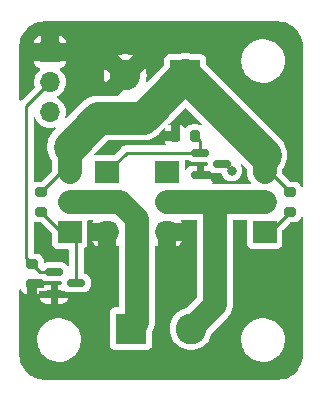
<source format=gbr>
%TF.GenerationSoftware,KiCad,Pcbnew,7.0.9*%
%TF.CreationDate,2023-12-30T10:40:08-05:00*%
%TF.ProjectId,DIY HBridge,44495920-4842-4726-9964-67652e6b6963,rev?*%
%TF.SameCoordinates,Original*%
%TF.FileFunction,Copper,L1,Top*%
%TF.FilePolarity,Positive*%
%FSLAX46Y46*%
G04 Gerber Fmt 4.6, Leading zero omitted, Abs format (unit mm)*
G04 Created by KiCad (PCBNEW 7.0.9) date 2023-12-30 10:40:08*
%MOMM*%
%LPD*%
G01*
G04 APERTURE LIST*
G04 Aperture macros list*
%AMRoundRect*
0 Rectangle with rounded corners*
0 $1 Rounding radius*
0 $2 $3 $4 $5 $6 $7 $8 $9 X,Y pos of 4 corners*
0 Add a 4 corners polygon primitive as box body*
4,1,4,$2,$3,$4,$5,$6,$7,$8,$9,$2,$3,0*
0 Add four circle primitives for the rounded corners*
1,1,$1+$1,$2,$3*
1,1,$1+$1,$4,$5*
1,1,$1+$1,$6,$7*
1,1,$1+$1,$8,$9*
0 Add four rect primitives between the rounded corners*
20,1,$1+$1,$2,$3,$4,$5,0*
20,1,$1+$1,$4,$5,$6,$7,0*
20,1,$1+$1,$6,$7,$8,$9,0*
20,1,$1+$1,$8,$9,$2,$3,0*%
G04 Aperture macros list end*
%TA.AperFunction,ComponentPad*%
%ADD10R,2.000000X1.905000*%
%TD*%
%TA.AperFunction,ComponentPad*%
%ADD11O,2.000000X1.905000*%
%TD*%
%TA.AperFunction,SMDPad,CuDef*%
%ADD12RoundRect,0.150000X-0.587500X-0.150000X0.587500X-0.150000X0.587500X0.150000X-0.587500X0.150000X0*%
%TD*%
%TA.AperFunction,SMDPad,CuDef*%
%ADD13RoundRect,0.200000X-0.275000X0.200000X-0.275000X-0.200000X0.275000X-0.200000X0.275000X0.200000X0*%
%TD*%
%TA.AperFunction,ComponentPad*%
%ADD14R,1.700000X1.700000*%
%TD*%
%TA.AperFunction,ComponentPad*%
%ADD15O,1.700000X1.700000*%
%TD*%
%TA.AperFunction,ComponentPad*%
%ADD16R,2.600000X2.600000*%
%TD*%
%TA.AperFunction,ComponentPad*%
%ADD17C,2.600000*%
%TD*%
%TA.AperFunction,SMDPad,CuDef*%
%ADD18RoundRect,0.200000X0.200000X0.275000X-0.200000X0.275000X-0.200000X-0.275000X0.200000X-0.275000X0*%
%TD*%
%TA.AperFunction,ViaPad*%
%ADD19C,0.800000*%
%TD*%
%TA.AperFunction,Conductor*%
%ADD20C,0.250000*%
%TD*%
%TA.AperFunction,Conductor*%
%ADD21C,2.800000*%
%TD*%
%TA.AperFunction,Conductor*%
%ADD22C,2.000000*%
%TD*%
G04 APERTURE END LIST*
D10*
%TO.P,Q1,1,G*%
%TO.N,In1*%
X72390000Y-55880000D03*
D11*
%TO.P,Q1,2,D*%
%TO.N,Motor Out 1*%
X72390000Y-58420000D03*
%TO.P,Q1,3,S*%
%TO.N,GND*%
X72390000Y-60960000D03*
%TD*%
D12*
%TO.P,Q5,1,G*%
%TO.N,~{In1}*%
X67896500Y-64328000D03*
%TO.P,Q5,2,S*%
%TO.N,GND*%
X67896500Y-66228000D03*
%TO.P,Q5,3,D*%
%TO.N,Net-(Q3-G)*%
X69771500Y-65278000D03*
%TD*%
D10*
%TO.P,Q3,1,G*%
%TO.N,Net-(Q3-G)*%
X69215000Y-60960000D03*
D11*
%TO.P,Q3,2,D*%
%TO.N,Motor Out 1*%
X69215000Y-58420000D03*
%TO.P,Q3,3,S*%
%TO.N,VCC*%
X69215000Y-55880000D03*
%TD*%
D13*
%TO.P,R2,1*%
%TO.N,VCC*%
X87884000Y-57595000D03*
%TO.P,R2,2*%
%TO.N,Net-(Q4-G)*%
X87884000Y-59245000D03*
%TD*%
D14*
%TO.P,J4,1,Pin_1*%
%TO.N,GND*%
X67564000Y-45720000D03*
D15*
%TO.P,J4,2,Pin_2*%
%TO.N,~{In1}*%
X67564000Y-48260000D03*
%TO.P,J4,3,Pin_3*%
%TO.N,In1*%
X67564000Y-50800000D03*
%TD*%
D13*
%TO.P,R1,1*%
%TO.N,VCC*%
X66802000Y-57595000D03*
%TO.P,R1,2*%
%TO.N,Net-(Q3-G)*%
X66802000Y-59245000D03*
%TD*%
D10*
%TO.P,Q2,1,G*%
%TO.N,~{In1}*%
X77470000Y-55880000D03*
D11*
%TO.P,Q2,2,D*%
%TO.N,Motor Out 2*%
X77470000Y-58420000D03*
%TO.P,Q2,3,S*%
%TO.N,GND*%
X77470000Y-60960000D03*
%TD*%
D13*
%TO.P,R4,1*%
%TO.N,~{In1}*%
X66040000Y-63691000D03*
%TO.P,R4,2*%
%TO.N,GND*%
X66040000Y-65341000D03*
%TD*%
D10*
%TO.P,Q4,1,G*%
%TO.N,Net-(Q4-G)*%
X85725000Y-60960000D03*
D11*
%TO.P,Q4,2,D*%
%TO.N,Motor Out 2*%
X85725000Y-58420000D03*
%TO.P,Q4,3,S*%
%TO.N,VCC*%
X85725000Y-55880000D03*
%TD*%
D16*
%TO.P,J1,1,Pin_1*%
%TO.N,VCC*%
X78999000Y-47701000D03*
D17*
%TO.P,J1,2,Pin_2*%
%TO.N,GND*%
X73919000Y-47701000D03*
%TD*%
D18*
%TO.P,R3,1*%
%TO.N,In1*%
X79819000Y-52832000D03*
%TO.P,R3,2*%
%TO.N,GND*%
X78169000Y-52832000D03*
%TD*%
D12*
%TO.P,Q6,1,G*%
%TO.N,In1*%
X80264000Y-54234000D03*
%TO.P,Q6,2,S*%
%TO.N,GND*%
X80264000Y-56134000D03*
%TO.P,Q6,3,D*%
%TO.N,Net-(Q4-G)*%
X82139000Y-55184000D03*
%TD*%
D16*
%TO.P,J2,1,Pin_1*%
%TO.N,Motor Out 1*%
X74417000Y-69139000D03*
D17*
%TO.P,J2,2,Pin_2*%
%TO.N,Motor Out 2*%
X79497000Y-69139000D03*
%TD*%
D19*
%TO.N,Net-(Q4-G)*%
X82931000Y-55753000D03*
%TO.N,GND*%
X88392000Y-61722000D03*
X76708000Y-70104000D03*
X68199000Y-62865000D03*
X84328000Y-63754000D03*
X72136000Y-63754000D03*
X76200000Y-45974000D03*
X78994000Y-51562000D03*
X82550000Y-46736000D03*
X88392000Y-53340000D03*
X81534000Y-56388000D03*
X69596000Y-67564000D03*
X70866000Y-49022000D03*
X77724000Y-63500000D03*
X65532000Y-66802000D03*
X66802000Y-54610000D03*
%TD*%
D20*
%TO.N,VCC*%
X68517000Y-55880000D02*
X69215000Y-55880000D01*
D21*
X85725000Y-54427000D02*
X78999000Y-47701000D01*
D20*
X66802000Y-57595000D02*
X68517000Y-55880000D01*
D21*
X75392000Y-51308000D02*
X71628000Y-51308000D01*
X78999000Y-47701000D02*
X75392000Y-51308000D01*
D22*
X85725000Y-55880000D02*
X85725000Y-54427000D01*
D20*
X86169000Y-55880000D02*
X85725000Y-55880000D01*
D21*
X71628000Y-51308000D02*
X69215000Y-53721000D01*
D22*
X69215000Y-53721000D02*
X69215000Y-55880000D01*
D20*
X87884000Y-57595000D02*
X86169000Y-55880000D01*
%TO.N,Net-(Q3-G)*%
X69771500Y-65278000D02*
X69771500Y-61516500D01*
X66802000Y-59245000D02*
X68517000Y-60960000D01*
X69771500Y-61516500D02*
X69215000Y-60960000D01*
X68517000Y-60960000D02*
X69215000Y-60960000D01*
%TO.N,Net-(Q4-G)*%
X87884000Y-59245000D02*
X86169000Y-60960000D01*
X82362000Y-55184000D02*
X82931000Y-55753000D01*
X82139000Y-55184000D02*
X82362000Y-55184000D01*
X86169000Y-60960000D02*
X85725000Y-60960000D01*
%TO.N,In1*%
X74036000Y-54234000D02*
X80264000Y-54234000D01*
X72390000Y-55880000D02*
X74036000Y-54234000D01*
X80264000Y-54234000D02*
X80264000Y-53277000D01*
X80264000Y-53277000D02*
X79819000Y-52832000D01*
D22*
%TO.N,Motor Out 1*%
X74930000Y-68626000D02*
X74417000Y-69139000D01*
X74930000Y-59837070D02*
X74930000Y-68626000D01*
X72390000Y-58420000D02*
X73512930Y-58420000D01*
X69215000Y-58420000D02*
X72390000Y-58420000D01*
X73512930Y-58420000D02*
X74930000Y-59837070D01*
D20*
%TO.N,~{In1}*%
X65532000Y-63183000D02*
X65532000Y-50292000D01*
X66677000Y-64328000D02*
X65532000Y-63183000D01*
X65532000Y-50292000D02*
X67564000Y-48260000D01*
X67896500Y-64328000D02*
X66677000Y-64328000D01*
D22*
%TO.N,Motor Out 2*%
X77470000Y-58420000D02*
X81534000Y-58420000D01*
X81534000Y-58420000D02*
X85725000Y-58420000D01*
X81534000Y-67102000D02*
X79497000Y-69139000D01*
X81534000Y-58420000D02*
X81534000Y-67102000D01*
%TD*%
%TA.AperFunction,Conductor*%
%TO.N,GND*%
G36*
X88933890Y-59685993D02*
G01*
X88953418Y-59732693D01*
X88953500Y-59736170D01*
X88953500Y-71372781D01*
X88953421Y-71375202D01*
X88935815Y-71643793D01*
X88935183Y-71648597D01*
X88882912Y-71911385D01*
X88881658Y-71916066D01*
X88795531Y-72169785D01*
X88793677Y-72174262D01*
X88675169Y-72414573D01*
X88672747Y-72418769D01*
X88523887Y-72641553D01*
X88520937Y-72645396D01*
X88344271Y-72846845D01*
X88340845Y-72850271D01*
X88139396Y-73026937D01*
X88135553Y-73029887D01*
X87912769Y-73178747D01*
X87908573Y-73181169D01*
X87668262Y-73299677D01*
X87663785Y-73301531D01*
X87478770Y-73364335D01*
X87410060Y-73387659D01*
X87405387Y-73388911D01*
X87341513Y-73401616D01*
X87142597Y-73441183D01*
X87137793Y-73441815D01*
X86869203Y-73459421D01*
X86866782Y-73459500D01*
X67057218Y-73459500D01*
X67054797Y-73459421D01*
X66786206Y-73441815D01*
X66781402Y-73441183D01*
X66649097Y-73414866D01*
X66518608Y-73388910D01*
X66513943Y-73387660D01*
X66358541Y-73334909D01*
X66260214Y-73301531D01*
X66255737Y-73299677D01*
X66015426Y-73181169D01*
X66011237Y-73178751D01*
X65788439Y-73029882D01*
X65784603Y-73026937D01*
X65583154Y-72850271D01*
X65579728Y-72846845D01*
X65403062Y-72645396D01*
X65400119Y-72641562D01*
X65251245Y-72418757D01*
X65248830Y-72414573D01*
X65130322Y-72174262D01*
X65128468Y-72169785D01*
X65123819Y-72156090D01*
X65042335Y-71916046D01*
X65041091Y-71911402D01*
X64988815Y-71648590D01*
X64988184Y-71643793D01*
X64970579Y-71375202D01*
X64970500Y-71372781D01*
X64970500Y-70171771D01*
X66471788Y-70171771D01*
X66501414Y-70441019D01*
X66569813Y-70702651D01*
X66569928Y-70703088D01*
X66619498Y-70819735D01*
X66675870Y-70952390D01*
X66816982Y-71183610D01*
X66816984Y-71183612D01*
X66990252Y-71391817D01*
X66990253Y-71391818D01*
X66990255Y-71391820D01*
X67191998Y-71572582D01*
X67417910Y-71722044D01*
X67663176Y-71837020D01*
X67808628Y-71880780D01*
X67922564Y-71915059D01*
X67922573Y-71915061D01*
X68190559Y-71954500D01*
X68190561Y-71954500D01*
X68393628Y-71954500D01*
X68393631Y-71954500D01*
X68596156Y-71939677D01*
X68860553Y-71880780D01*
X69113558Y-71784014D01*
X69349777Y-71651441D01*
X69564177Y-71485888D01*
X69752186Y-71290881D01*
X69909799Y-71070579D01*
X70033656Y-70829675D01*
X70076991Y-70702650D01*
X70121116Y-70573312D01*
X70121118Y-70573305D01*
X70126072Y-70546482D01*
X70170319Y-70306933D01*
X70180212Y-70036235D01*
X70150586Y-69766982D01*
X70082072Y-69504912D01*
X69976130Y-69255610D01*
X69835018Y-69024390D01*
X69709712Y-68873819D01*
X69661747Y-68816182D01*
X69556760Y-68722113D01*
X69460002Y-68635418D01*
X69234090Y-68485956D01*
X69234086Y-68485954D01*
X69234087Y-68485954D01*
X68988824Y-68370980D01*
X68729435Y-68292940D01*
X68729426Y-68292938D01*
X68461441Y-68253500D01*
X68461439Y-68253500D01*
X68258369Y-68253500D01*
X68171572Y-68259852D01*
X68055840Y-68268323D01*
X67791448Y-68327219D01*
X67538449Y-68423983D01*
X67538440Y-68423987D01*
X67302223Y-68556559D01*
X67302218Y-68556562D01*
X67087822Y-68722113D01*
X67087818Y-68722116D01*
X66899812Y-68917120D01*
X66742199Y-69137423D01*
X66618348Y-69378315D01*
X66618340Y-69378333D01*
X66530883Y-69634687D01*
X66530881Y-69634694D01*
X66484664Y-69884912D01*
X66481681Y-69901067D01*
X66472361Y-70156102D01*
X66471788Y-70171771D01*
X64970500Y-70171771D01*
X64970500Y-66528000D01*
X66675703Y-66528000D01*
X66707718Y-66638199D01*
X66791317Y-66779556D01*
X66907443Y-66895682D01*
X67048800Y-66979281D01*
X67206508Y-67025099D01*
X67206505Y-67025099D01*
X67243357Y-67028000D01*
X67596500Y-67028000D01*
X67596500Y-66528000D01*
X68196500Y-66528000D01*
X68196500Y-67028000D01*
X68549643Y-67028000D01*
X68586493Y-67025099D01*
X68744199Y-66979281D01*
X68885556Y-66895682D01*
X69001682Y-66779556D01*
X69085281Y-66638199D01*
X69117297Y-66528000D01*
X68196500Y-66528000D01*
X67596500Y-66528000D01*
X66675703Y-66528000D01*
X64970500Y-66528000D01*
X64970500Y-65830488D01*
X64987813Y-65782922D01*
X65031650Y-65757612D01*
X65081500Y-65766402D01*
X65114037Y-65805179D01*
X65115150Y-65808473D01*
X65121981Y-65830396D01*
X65209925Y-65975874D01*
X65330125Y-66096074D01*
X65475606Y-66184020D01*
X65637886Y-66234588D01*
X65637899Y-66234591D01*
X65640000Y-66234782D01*
X65640000Y-66234781D01*
X66440000Y-66234781D01*
X66442100Y-66234591D01*
X66442113Y-66234588D01*
X66604396Y-66184019D01*
X66618999Y-66175190D01*
X66619000Y-66175190D01*
X66619000Y-66002000D01*
X66636313Y-65954434D01*
X66680150Y-65929124D01*
X66693000Y-65928000D01*
X67596500Y-65928000D01*
X67596500Y-65428000D01*
X67243357Y-65428000D01*
X67206506Y-65430900D01*
X67055000Y-65474917D01*
X67055000Y-65667000D01*
X67037687Y-65714566D01*
X66993850Y-65739876D01*
X66981000Y-65741000D01*
X66440000Y-65741000D01*
X66440000Y-66234781D01*
X65640000Y-66234781D01*
X65640000Y-65015000D01*
X65657313Y-64967434D01*
X65701150Y-64942124D01*
X65714000Y-64941000D01*
X66539951Y-64941000D01*
X66558354Y-64943324D01*
X66597981Y-64953500D01*
X66621949Y-64953500D01*
X66633524Y-64954411D01*
X66636780Y-64954926D01*
X66657196Y-64958160D01*
X66700969Y-64954022D01*
X66704759Y-64953664D01*
X66708243Y-64953500D01*
X66833902Y-64953500D01*
X66881468Y-64970813D01*
X66886228Y-64975174D01*
X66907135Y-64996081D01*
X67048602Y-65079744D01*
X67206431Y-65125598D01*
X67240155Y-65128252D01*
X67243305Y-65128500D01*
X67243306Y-65128500D01*
X68459500Y-65128500D01*
X68507066Y-65145813D01*
X68532376Y-65189650D01*
X68533500Y-65202500D01*
X68533500Y-65354000D01*
X68516187Y-65401566D01*
X68472350Y-65426876D01*
X68459500Y-65428000D01*
X68196500Y-65428000D01*
X68196500Y-65928000D01*
X68733489Y-65928000D01*
X68778842Y-65943527D01*
X68782133Y-65946079D01*
X68782135Y-65946081D01*
X68923602Y-66029744D01*
X69081431Y-66075598D01*
X69115155Y-66078252D01*
X69118305Y-66078500D01*
X69118306Y-66078500D01*
X70424695Y-66078500D01*
X70427597Y-66078271D01*
X70461569Y-66075598D01*
X70619398Y-66029744D01*
X70760865Y-65946081D01*
X70877081Y-65829865D01*
X70960744Y-65688398D01*
X71006598Y-65530569D01*
X71009500Y-65493694D01*
X71009500Y-65062306D01*
X71006598Y-65025431D01*
X70960744Y-64867602D01*
X70877081Y-64726135D01*
X70760865Y-64609919D01*
X70647706Y-64542997D01*
X70619399Y-64526256D01*
X70461565Y-64480400D01*
X70457857Y-64479724D01*
X70458243Y-64477608D01*
X70418890Y-64459456D01*
X70397309Y-64413669D01*
X70397000Y-64406915D01*
X70397000Y-62430177D01*
X70414313Y-62382611D01*
X70445139Y-62360842D01*
X70457331Y-62356296D01*
X70572546Y-62270046D01*
X70658796Y-62154831D01*
X70709091Y-62019983D01*
X70715500Y-61960373D01*
X70715500Y-61710000D01*
X71096823Y-61710000D01*
X71122341Y-61757155D01*
X71122343Y-61757158D01*
X71270200Y-61947124D01*
X71447301Y-62110157D01*
X71639998Y-62236053D01*
X71640000Y-62236052D01*
X71640000Y-61710000D01*
X71096823Y-61710000D01*
X70715500Y-61710000D01*
X70715500Y-60997886D01*
X71836123Y-60997886D01*
X71866884Y-61145915D01*
X71936442Y-61280156D01*
X72039638Y-61390652D01*
X72168819Y-61469209D01*
X72314404Y-61510000D01*
X72427622Y-61510000D01*
X72539783Y-61494584D01*
X72678458Y-61434349D01*
X72795739Y-61338934D01*
X72882928Y-61215415D01*
X72933559Y-61072953D01*
X72943877Y-60922114D01*
X72913116Y-60774085D01*
X72843558Y-60639844D01*
X72740362Y-60529348D01*
X72611181Y-60450791D01*
X72465596Y-60410000D01*
X72352378Y-60410000D01*
X72240217Y-60425416D01*
X72101542Y-60485651D01*
X71984261Y-60581066D01*
X71897072Y-60704585D01*
X71846441Y-60847047D01*
X71836123Y-60997886D01*
X70715500Y-60997886D01*
X70715499Y-59994499D01*
X70732812Y-59946934D01*
X70776649Y-59921624D01*
X70789499Y-59920500D01*
X71159597Y-59920500D01*
X71207163Y-59937813D01*
X71232473Y-59981650D01*
X71223683Y-60031500D01*
X71217993Y-60039952D01*
X71122343Y-60162841D01*
X71122341Y-60162844D01*
X71096823Y-60209999D01*
X71096824Y-60210000D01*
X73066000Y-60210000D01*
X73113566Y-60227313D01*
X73138876Y-60271150D01*
X73140000Y-60284000D01*
X73140000Y-62236052D01*
X73140001Y-62236053D01*
X73315026Y-62121703D01*
X73364316Y-62110180D01*
X73409481Y-62133036D01*
X73429388Y-62179576D01*
X73429500Y-62183653D01*
X73429500Y-67264500D01*
X73412187Y-67312066D01*
X73368350Y-67337376D01*
X73355500Y-67338500D01*
X73069127Y-67338500D01*
X73009514Y-67344909D01*
X72874670Y-67395202D01*
X72874669Y-67395203D01*
X72759454Y-67481454D01*
X72673203Y-67596669D01*
X72673202Y-67596670D01*
X72622910Y-67731512D01*
X72622909Y-67731517D01*
X72616500Y-67791126D01*
X72616500Y-70486873D01*
X72622909Y-70546485D01*
X72673202Y-70681329D01*
X72673203Y-70681330D01*
X72673204Y-70681331D01*
X72759454Y-70796546D01*
X72803697Y-70829666D01*
X72874669Y-70882796D01*
X72874670Y-70882797D01*
X72985605Y-70924172D01*
X73009517Y-70933091D01*
X73069127Y-70939500D01*
X75764872Y-70939499D01*
X75824483Y-70933091D01*
X75915135Y-70899280D01*
X75959329Y-70882797D01*
X75959329Y-70882796D01*
X75959331Y-70882796D01*
X76074546Y-70796546D01*
X76160796Y-70681331D01*
X76211091Y-70546483D01*
X76217500Y-70486873D01*
X76217499Y-69420770D01*
X76229549Y-69380297D01*
X76238957Y-69365895D01*
X76254173Y-69342607D01*
X76265776Y-69316154D01*
X76267866Y-69312092D01*
X76282656Y-69287273D01*
X76316580Y-69200332D01*
X76354063Y-69114881D01*
X76361153Y-69086879D01*
X76362551Y-69082517D01*
X76373048Y-69055618D01*
X76373050Y-69055614D01*
X76392202Y-68964274D01*
X76415108Y-68873821D01*
X76417492Y-68845036D01*
X76418153Y-68840505D01*
X76424081Y-68812237D01*
X76427937Y-68718990D01*
X76430500Y-68688067D01*
X76430500Y-68657035D01*
X76434357Y-68563779D01*
X76430783Y-68535112D01*
X76430500Y-68530533D01*
X76430500Y-62183653D01*
X76447813Y-62136087D01*
X76491650Y-62110777D01*
X76541500Y-62119567D01*
X76544974Y-62121703D01*
X76719998Y-62236053D01*
X76720000Y-62236052D01*
X76720000Y-61710000D01*
X78220000Y-61710000D01*
X78220000Y-62236052D01*
X78220001Y-62236053D01*
X78412698Y-62110157D01*
X78589799Y-61947124D01*
X78737656Y-61757158D01*
X78737658Y-61757155D01*
X78763176Y-61710000D01*
X78220000Y-61710000D01*
X76720000Y-61710000D01*
X76720000Y-60997886D01*
X76916123Y-60997886D01*
X76946884Y-61145915D01*
X77016442Y-61280156D01*
X77119638Y-61390652D01*
X77248819Y-61469209D01*
X77394404Y-61510000D01*
X77507622Y-61510000D01*
X77619783Y-61494584D01*
X77758458Y-61434349D01*
X77875739Y-61338934D01*
X77962928Y-61215415D01*
X78013559Y-61072953D01*
X78023877Y-60922114D01*
X77993116Y-60774085D01*
X77923558Y-60639844D01*
X77820362Y-60529348D01*
X77691181Y-60450791D01*
X77545596Y-60410000D01*
X77432378Y-60410000D01*
X77320217Y-60425416D01*
X77181542Y-60485651D01*
X77064261Y-60581066D01*
X76977072Y-60704585D01*
X76926441Y-60847047D01*
X76916123Y-60997886D01*
X76720000Y-60997886D01*
X76720000Y-60284000D01*
X76737313Y-60236434D01*
X76781150Y-60211124D01*
X76794000Y-60210000D01*
X78763176Y-60210000D01*
X78763176Y-60209999D01*
X78737658Y-60162844D01*
X78737656Y-60162841D01*
X78642007Y-60039952D01*
X78626453Y-59991782D01*
X78645501Y-59944884D01*
X78690239Y-59921201D01*
X78700403Y-59920500D01*
X79959500Y-59920500D01*
X80007066Y-59937813D01*
X80032376Y-59981650D01*
X80033500Y-59994500D01*
X80033500Y-66449819D01*
X80016187Y-66497385D01*
X80011826Y-66502145D01*
X79159572Y-67354398D01*
X79118276Y-67375245D01*
X79095240Y-67378717D01*
X79095227Y-67378720D01*
X78837367Y-67458259D01*
X78837359Y-67458262D01*
X78594225Y-67575349D01*
X78371258Y-67727366D01*
X78173440Y-67910913D01*
X78173431Y-67910923D01*
X78005188Y-68121892D01*
X78005181Y-68121903D01*
X77870256Y-68355603D01*
X77771664Y-68606809D01*
X77711617Y-68869896D01*
X77691451Y-69138998D01*
X77691451Y-69139001D01*
X77711617Y-69408103D01*
X77771664Y-69671190D01*
X77870256Y-69922396D01*
X78005181Y-70156096D01*
X78005188Y-70156107D01*
X78173431Y-70367076D01*
X78173438Y-70367084D01*
X78173439Y-70367085D01*
X78371259Y-70550635D01*
X78594226Y-70702651D01*
X78837359Y-70819738D01*
X78966293Y-70859509D01*
X79095220Y-70899278D01*
X79095222Y-70899278D01*
X79095228Y-70899280D01*
X79362071Y-70939500D01*
X79362076Y-70939500D01*
X79631924Y-70939500D01*
X79631929Y-70939500D01*
X79898772Y-70899280D01*
X79898777Y-70899278D01*
X79898779Y-70899278D01*
X79942670Y-70885739D01*
X80156641Y-70819738D01*
X80399775Y-70702651D01*
X80622741Y-70550635D01*
X80820561Y-70367085D01*
X80976319Y-70171771D01*
X83743788Y-70171771D01*
X83773414Y-70441019D01*
X83841813Y-70702651D01*
X83841928Y-70703088D01*
X83891498Y-70819735D01*
X83947870Y-70952390D01*
X84088982Y-71183610D01*
X84088984Y-71183612D01*
X84262252Y-71391817D01*
X84262253Y-71391818D01*
X84262255Y-71391820D01*
X84463998Y-71572582D01*
X84689910Y-71722044D01*
X84935176Y-71837020D01*
X85080628Y-71880780D01*
X85194564Y-71915059D01*
X85194573Y-71915061D01*
X85462559Y-71954500D01*
X85462561Y-71954500D01*
X85665628Y-71954500D01*
X85665631Y-71954500D01*
X85868156Y-71939677D01*
X86132553Y-71880780D01*
X86385558Y-71784014D01*
X86621777Y-71651441D01*
X86836177Y-71485888D01*
X87024186Y-71290881D01*
X87181799Y-71070579D01*
X87305656Y-70829675D01*
X87348991Y-70702650D01*
X87393116Y-70573312D01*
X87393118Y-70573305D01*
X87398072Y-70546482D01*
X87442319Y-70306933D01*
X87452212Y-70036235D01*
X87422586Y-69766982D01*
X87354072Y-69504912D01*
X87248130Y-69255610D01*
X87107018Y-69024390D01*
X86981712Y-68873819D01*
X86933747Y-68816182D01*
X86828760Y-68722113D01*
X86732002Y-68635418D01*
X86506090Y-68485956D01*
X86506086Y-68485954D01*
X86506087Y-68485954D01*
X86260824Y-68370980D01*
X86001435Y-68292940D01*
X86001426Y-68292938D01*
X85733441Y-68253500D01*
X85733439Y-68253500D01*
X85530369Y-68253500D01*
X85443572Y-68259852D01*
X85327840Y-68268323D01*
X85063448Y-68327219D01*
X84810449Y-68423983D01*
X84810440Y-68423987D01*
X84574223Y-68556559D01*
X84574218Y-68556562D01*
X84359822Y-68722113D01*
X84359818Y-68722116D01*
X84171812Y-68917120D01*
X84014199Y-69137423D01*
X83890348Y-69378315D01*
X83890340Y-69378333D01*
X83802883Y-69634687D01*
X83802881Y-69634694D01*
X83756664Y-69884912D01*
X83753681Y-69901067D01*
X83744361Y-70156102D01*
X83743788Y-70171771D01*
X80976319Y-70171771D01*
X80988815Y-70156102D01*
X81123743Y-69922398D01*
X81222334Y-69671195D01*
X81257663Y-69516403D01*
X81277480Y-69480546D01*
X82527517Y-68230510D01*
X82530936Y-68227489D01*
X82553744Y-68209738D01*
X82616949Y-68141078D01*
X82638896Y-68119133D01*
X82638896Y-68119132D01*
X82638896Y-68119131D01*
X82638902Y-68119126D01*
X82658966Y-68095435D01*
X82722164Y-68026785D01*
X82737958Y-68002608D01*
X82740695Y-67998937D01*
X82759366Y-67976894D01*
X82807139Y-67896720D01*
X82858173Y-67818607D01*
X82869774Y-67792155D01*
X82871863Y-67788097D01*
X82886656Y-67763274D01*
X82920579Y-67676335D01*
X82958063Y-67590881D01*
X82965155Y-67562869D01*
X82966546Y-67558528D01*
X82977049Y-67531614D01*
X82996198Y-67440288D01*
X83019108Y-67349821D01*
X83021492Y-67321035D01*
X83022151Y-67316512D01*
X83028081Y-67288237D01*
X83031937Y-67194990D01*
X83034500Y-67164067D01*
X83034500Y-67133035D01*
X83038357Y-67039779D01*
X83034783Y-67011113D01*
X83034500Y-67006535D01*
X83034500Y-59994500D01*
X83051813Y-59946934D01*
X83095650Y-59921624D01*
X83108500Y-59920500D01*
X84150500Y-59920500D01*
X84198066Y-59937813D01*
X84223376Y-59981650D01*
X84224500Y-59994500D01*
X84224500Y-61960373D01*
X84230909Y-62019985D01*
X84281202Y-62154829D01*
X84281203Y-62154830D01*
X84281204Y-62154831D01*
X84367454Y-62270046D01*
X84482666Y-62356294D01*
X84482669Y-62356296D01*
X84482670Y-62356297D01*
X84542997Y-62378797D01*
X84617517Y-62406591D01*
X84677127Y-62413000D01*
X86772872Y-62412999D01*
X86832483Y-62406591D01*
X86955143Y-62360842D01*
X86967329Y-62356297D01*
X86967329Y-62356296D01*
X86967331Y-62356296D01*
X87082546Y-62270046D01*
X87168796Y-62154831D01*
X87219091Y-62019983D01*
X87225500Y-61960373D01*
X87225499Y-60818741D01*
X87242812Y-60771176D01*
X87247173Y-60766416D01*
X87846417Y-60167174D01*
X87892294Y-60145782D01*
X87898743Y-60145500D01*
X88215614Y-60145500D01*
X88215616Y-60145500D01*
X88286196Y-60139086D01*
X88448606Y-60088478D01*
X88594185Y-60000472D01*
X88714472Y-59880185D01*
X88802478Y-59734606D01*
X88808850Y-59714155D01*
X88839530Y-59673893D01*
X88888912Y-59662771D01*
X88933890Y-59685993D01*
G37*
%TD.AperFunction*%
%TA.AperFunction,Conductor*%
G36*
X66253513Y-60093500D02*
G01*
X66399804Y-60139086D01*
X66470384Y-60145500D01*
X66787258Y-60145500D01*
X66834824Y-60162813D01*
X66839584Y-60167174D01*
X67692826Y-61020417D01*
X67714218Y-61066294D01*
X67714500Y-61072743D01*
X67714500Y-61960373D01*
X67720909Y-62019985D01*
X67771202Y-62154829D01*
X67771203Y-62154830D01*
X67771204Y-62154831D01*
X67857454Y-62270046D01*
X67972666Y-62356294D01*
X67972669Y-62356296D01*
X67972670Y-62356297D01*
X68032997Y-62378797D01*
X68107517Y-62406591D01*
X68167127Y-62413000D01*
X69072000Y-62412999D01*
X69119566Y-62430312D01*
X69144876Y-62474149D01*
X69146000Y-62486999D01*
X69146000Y-63748990D01*
X69128687Y-63796556D01*
X69084850Y-63821866D01*
X69035000Y-63813076D01*
X69008306Y-63786660D01*
X69005282Y-63781548D01*
X69002081Y-63776135D01*
X68885865Y-63659919D01*
X68744399Y-63576256D01*
X68586570Y-63530402D01*
X68549695Y-63527500D01*
X68549694Y-63527500D01*
X67243306Y-63527500D01*
X67243305Y-63527500D01*
X67206427Y-63530402D01*
X67110145Y-63558375D01*
X67059637Y-63555020D01*
X67023103Y-63519984D01*
X67015500Y-63487313D01*
X67015500Y-63434386D01*
X67015499Y-63434376D01*
X67009086Y-63363809D01*
X67009086Y-63363808D01*
X67009086Y-63363804D01*
X66958478Y-63201394D01*
X66870472Y-63055815D01*
X66750185Y-62935528D01*
X66604606Y-62847522D01*
X66442196Y-62796914D01*
X66442193Y-62796913D01*
X66442191Y-62796913D01*
X66371623Y-62790500D01*
X66371616Y-62790500D01*
X66231500Y-62790500D01*
X66183934Y-62773187D01*
X66158624Y-62729350D01*
X66157500Y-62716500D01*
X66157500Y-60164150D01*
X66174813Y-60116584D01*
X66218650Y-60091274D01*
X66253513Y-60093500D01*
G37*
%TD.AperFunction*%
%TA.AperFunction,Conductor*%
G36*
X86869203Y-43126579D02*
G01*
X87137793Y-43144184D01*
X87142590Y-43144815D01*
X87405402Y-43197091D01*
X87410046Y-43198335D01*
X87650090Y-43279819D01*
X87663785Y-43284468D01*
X87668260Y-43286321D01*
X87908578Y-43404832D01*
X87912757Y-43407245D01*
X88135562Y-43556119D01*
X88139396Y-43559062D01*
X88340845Y-43735728D01*
X88344271Y-43739154D01*
X88520937Y-43940603D01*
X88523882Y-43944439D01*
X88672751Y-44167237D01*
X88675169Y-44171426D01*
X88793677Y-44411737D01*
X88795531Y-44416214D01*
X88814097Y-44470907D01*
X88881660Y-44669943D01*
X88882910Y-44674608D01*
X88889000Y-44705220D01*
X88935183Y-44937402D01*
X88935815Y-44942206D01*
X88953421Y-45210797D01*
X88953500Y-45213218D01*
X88953500Y-57103829D01*
X88936187Y-57151395D01*
X88892350Y-57176705D01*
X88842500Y-57167915D01*
X88809963Y-57129138D01*
X88808851Y-57125844D01*
X88802479Y-57105398D01*
X88802477Y-57105392D01*
X88736309Y-56995938D01*
X88714472Y-56959815D01*
X88594185Y-56839528D01*
X88448606Y-56751522D01*
X88286196Y-56700914D01*
X88286193Y-56700913D01*
X88286191Y-56700913D01*
X88215623Y-56694500D01*
X88215616Y-56694500D01*
X87898743Y-56694500D01*
X87851177Y-56677187D01*
X87846417Y-56672826D01*
X87245067Y-56071476D01*
X87223675Y-56025600D01*
X87224402Y-56006975D01*
X87225500Y-56000399D01*
X87225500Y-55759601D01*
X87225500Y-55619708D01*
X87241766Y-55573418D01*
X87248721Y-55564744D01*
X87294784Y-55507291D01*
X87336191Y-55436569D01*
X87435340Y-55267228D01*
X87435341Y-55267223D01*
X87435347Y-55267215D01*
X87539457Y-55009233D01*
X87604895Y-54738842D01*
X87630266Y-54461803D01*
X87615030Y-54184024D01*
X87581278Y-54018305D01*
X87559512Y-53911433D01*
X87559512Y-53911430D01*
X87559510Y-53911426D01*
X87559510Y-53911423D01*
X87464892Y-53649809D01*
X87464888Y-53649802D01*
X87464886Y-53649796D01*
X87333199Y-53404775D01*
X87333196Y-53404770D01*
X87333191Y-53404761D01*
X87167214Y-53181501D01*
X80821173Y-46835460D01*
X80799781Y-46789584D01*
X80799499Y-46783134D01*
X80799499Y-46549771D01*
X83743788Y-46549771D01*
X83773414Y-46819019D01*
X83840841Y-47076933D01*
X83841928Y-47081088D01*
X83876802Y-47163153D01*
X83947870Y-47330390D01*
X84088982Y-47561610D01*
X84088984Y-47561612D01*
X84262252Y-47769817D01*
X84262253Y-47769818D01*
X84262255Y-47769820D01*
X84463998Y-47950582D01*
X84689910Y-48100044D01*
X84935176Y-48215020D01*
X85080628Y-48258780D01*
X85194564Y-48293059D01*
X85194573Y-48293061D01*
X85462559Y-48332500D01*
X85462561Y-48332500D01*
X85665628Y-48332500D01*
X85665631Y-48332500D01*
X85868156Y-48317677D01*
X86132553Y-48258780D01*
X86385558Y-48162014D01*
X86621777Y-48029441D01*
X86836177Y-47863888D01*
X87024186Y-47668881D01*
X87181799Y-47448579D01*
X87305656Y-47207675D01*
X87354809Y-47063597D01*
X87393116Y-46951312D01*
X87393118Y-46951305D01*
X87442319Y-46684933D01*
X87452212Y-46414235D01*
X87422586Y-46144982D01*
X87354072Y-45882912D01*
X87248130Y-45633610D01*
X87107018Y-45402390D01*
X86967982Y-45235320D01*
X86933747Y-45194182D01*
X86828760Y-45100113D01*
X86732002Y-45013418D01*
X86506090Y-44863956D01*
X86506086Y-44863954D01*
X86506087Y-44863954D01*
X86260824Y-44748980D01*
X86001435Y-44670940D01*
X86001426Y-44670938D01*
X85733441Y-44631500D01*
X85733439Y-44631500D01*
X85530369Y-44631500D01*
X85443572Y-44637852D01*
X85327840Y-44646323D01*
X85063448Y-44705219D01*
X84810449Y-44801983D01*
X84810440Y-44801987D01*
X84574223Y-44934559D01*
X84574218Y-44934562D01*
X84359822Y-45100113D01*
X84359818Y-45100116D01*
X84171812Y-45295120D01*
X84014199Y-45515423D01*
X83890348Y-45756315D01*
X83890340Y-45756333D01*
X83802883Y-46012687D01*
X83802881Y-46012694D01*
X83775919Y-46158669D01*
X83753681Y-46279067D01*
X83748742Y-46414228D01*
X83743788Y-46549771D01*
X80799499Y-46549771D01*
X80799499Y-46353126D01*
X80797955Y-46338766D01*
X80793091Y-46293517D01*
X80759957Y-46204680D01*
X80742797Y-46158670D01*
X80742796Y-46158669D01*
X80732527Y-46144952D01*
X80656546Y-46043454D01*
X80541331Y-45957204D01*
X80541330Y-45957203D01*
X80541329Y-45957202D01*
X80406487Y-45906910D01*
X80406484Y-45906909D01*
X80406483Y-45906909D01*
X80376678Y-45903704D01*
X80346874Y-45900500D01*
X80346873Y-45900500D01*
X79630187Y-45900500D01*
X79602495Y-45895123D01*
X79581233Y-45886543D01*
X79581231Y-45886542D01*
X79479794Y-45861993D01*
X79379300Y-45833750D01*
X79379291Y-45833748D01*
X79346732Y-45829561D01*
X79342746Y-45828825D01*
X79310846Y-45821105D01*
X79206899Y-45811585D01*
X79103368Y-45798276D01*
X79103365Y-45798276D01*
X79070541Y-45798875D01*
X79066494Y-45798727D01*
X79033804Y-45795734D01*
X79033802Y-45795734D01*
X79033801Y-45795734D01*
X78929581Y-45801450D01*
X78825207Y-45803357D01*
X78825206Y-45803357D01*
X78794891Y-45808386D01*
X78792834Y-45808728D01*
X78788804Y-45809172D01*
X78756022Y-45810969D01*
X78653740Y-45831801D01*
X78550774Y-45848881D01*
X78550765Y-45848883D01*
X78519509Y-45858912D01*
X78515588Y-45859937D01*
X78483421Y-45866489D01*
X78401578Y-45896089D01*
X78376411Y-45900500D01*
X77651126Y-45900500D01*
X77591514Y-45906909D01*
X77456670Y-45957202D01*
X77456669Y-45957203D01*
X77341454Y-46043454D01*
X77255203Y-46158669D01*
X77255202Y-46158670D01*
X77204910Y-46293512D01*
X77204909Y-46293517D01*
X77198500Y-46353126D01*
X77198500Y-46783133D01*
X77181187Y-46830699D01*
X77176826Y-46835459D01*
X75785442Y-48226842D01*
X75739565Y-48248234D01*
X75690671Y-48235133D01*
X75661637Y-48193669D01*
X75660971Y-48158049D01*
X75703885Y-47970026D01*
X75724047Y-47701001D01*
X75724047Y-47700998D01*
X75703885Y-47431971D01*
X75643855Y-47168956D01*
X75606607Y-47074052D01*
X73294834Y-49385826D01*
X73248958Y-49407218D01*
X73242508Y-49407500D01*
X71716541Y-49407500D01*
X71713166Y-49407346D01*
X71695704Y-49405746D01*
X71662804Y-49402734D01*
X71662802Y-49402734D01*
X71662801Y-49402734D01*
X71576922Y-49407444D01*
X71574896Y-49407500D01*
X71558537Y-49407500D01*
X71506579Y-49411302D01*
X71385024Y-49417969D01*
X71370255Y-49420976D01*
X71365575Y-49421621D01*
X71350546Y-49422722D01*
X71231724Y-49449191D01*
X71112422Y-49473488D01*
X71098246Y-49478614D01*
X71093710Y-49479934D01*
X71079010Y-49483209D01*
X71079006Y-49483211D01*
X71079003Y-49483212D01*
X71006744Y-49510848D01*
X70965280Y-49526706D01*
X70850816Y-49568104D01*
X70850812Y-49568106D01*
X70837548Y-49575235D01*
X70833249Y-49577203D01*
X70819167Y-49582589D01*
X70712975Y-49642186D01*
X70605762Y-49699808D01*
X70605759Y-49699810D01*
X70593669Y-49708798D01*
X70589700Y-49711371D01*
X70576568Y-49718741D01*
X70576551Y-49718752D01*
X70480190Y-49793160D01*
X70382499Y-49865787D01*
X70371846Y-49876440D01*
X70368296Y-49879563D01*
X70356367Y-49888775D01*
X70356361Y-49888780D01*
X70271849Y-49976437D01*
X68979482Y-51268803D01*
X68933605Y-51290195D01*
X68884711Y-51277094D01*
X68855677Y-51235630D01*
X68855678Y-51197324D01*
X68899062Y-51035412D01*
X68899063Y-51035405D01*
X68919659Y-50800004D01*
X68919659Y-50799995D01*
X68899063Y-50564596D01*
X68899063Y-50564592D01*
X68837903Y-50336337D01*
X68738035Y-50122171D01*
X68602495Y-49928599D01*
X68435401Y-49761505D01*
X68435398Y-49761503D01*
X68435399Y-49761503D01*
X68264996Y-49642186D01*
X68241830Y-49625965D01*
X68179856Y-49597066D01*
X68144063Y-49561274D01*
X68139651Y-49510848D01*
X68168685Y-49469383D01*
X68179853Y-49462935D01*
X68241830Y-49434035D01*
X68435401Y-49298495D01*
X68602495Y-49131401D01*
X68738035Y-48937830D01*
X68837903Y-48723663D01*
X68899063Y-48495408D01*
X68915271Y-48310158D01*
X68919659Y-48260004D01*
X68919659Y-48259995D01*
X68905664Y-48100044D01*
X68899063Y-48024592D01*
X68837903Y-47796337D01*
X68793447Y-47701001D01*
X72113953Y-47701001D01*
X72134114Y-47970028D01*
X72194144Y-48233040D01*
X72231391Y-48327946D01*
X72858338Y-47700999D01*
X72817201Y-47659862D01*
X73265127Y-47659862D01*
X73275439Y-47823766D01*
X73326188Y-47979956D01*
X73414186Y-48118619D01*
X73533903Y-48231040D01*
X73677817Y-48310158D01*
X73836886Y-48351000D01*
X73959894Y-48351000D01*
X74081933Y-48335583D01*
X74234629Y-48275126D01*
X74367492Y-48178595D01*
X74472175Y-48052055D01*
X74542100Y-47903457D01*
X74572873Y-47742138D01*
X74562561Y-47578234D01*
X74511812Y-47422044D01*
X74423814Y-47283381D01*
X74304097Y-47170960D01*
X74160183Y-47091842D01*
X74001114Y-47051000D01*
X73878106Y-47051000D01*
X73756067Y-47066417D01*
X73603371Y-47126874D01*
X73470508Y-47223405D01*
X73365825Y-47349945D01*
X73295900Y-47498543D01*
X73265127Y-47659862D01*
X72817201Y-47659862D01*
X72231390Y-47074051D01*
X72194144Y-47168956D01*
X72134114Y-47431971D01*
X72113953Y-47700998D01*
X72113953Y-47701001D01*
X68793447Y-47701001D01*
X68738035Y-47582171D01*
X68602495Y-47388599D01*
X68435401Y-47221505D01*
X68435398Y-47221503D01*
X68435399Y-47221503D01*
X68419698Y-47210509D01*
X68411281Y-47204616D01*
X68382249Y-47163153D01*
X68386660Y-47112726D01*
X68422453Y-47076933D01*
X68453727Y-47070000D01*
X68461829Y-47070000D01*
X68521375Y-47063597D01*
X68521380Y-47063596D01*
X68656087Y-47013354D01*
X68656088Y-47013353D01*
X68771188Y-46927188D01*
X68857353Y-46812088D01*
X68857354Y-46812087D01*
X68907596Y-46677380D01*
X68907597Y-46677375D01*
X68914000Y-46617828D01*
X68914000Y-46470000D01*
X66214000Y-46470000D01*
X66214000Y-46617828D01*
X66220402Y-46677375D01*
X66220403Y-46677380D01*
X66270645Y-46812087D01*
X66270646Y-46812088D01*
X66356811Y-46927188D01*
X66471911Y-47013353D01*
X66471912Y-47013354D01*
X66606619Y-47063596D01*
X66606624Y-47063597D01*
X66666171Y-47070000D01*
X66674273Y-47070000D01*
X66721839Y-47087313D01*
X66747149Y-47131150D01*
X66738359Y-47181000D01*
X66716718Y-47204617D01*
X66692598Y-47221505D01*
X66525504Y-47388599D01*
X66525502Y-47388602D01*
X66389967Y-47582167D01*
X66389965Y-47582170D01*
X66389965Y-47582171D01*
X66290097Y-47796337D01*
X66248768Y-47950582D01*
X66228936Y-48024596D01*
X66208341Y-48259995D01*
X66208341Y-48260004D01*
X66228936Y-48495405D01*
X66263327Y-48623756D01*
X66258915Y-48674182D01*
X66244174Y-48695234D01*
X65144305Y-49795102D01*
X65131639Y-49805251D01*
X65130125Y-49806211D01*
X65098443Y-49839949D01*
X65053260Y-49862771D01*
X65003979Y-49851211D01*
X64973658Y-49810678D01*
X64970500Y-49789291D01*
X64970500Y-45791889D01*
X67064000Y-45791889D01*
X67104507Y-45929844D01*
X67182239Y-46050798D01*
X67290900Y-46144952D01*
X67421685Y-46204680D01*
X67528237Y-46220000D01*
X67599763Y-46220000D01*
X67706315Y-46204680D01*
X67837100Y-46144952D01*
X67945761Y-46050798D01*
X67971123Y-46011334D01*
X73289995Y-46011334D01*
X73918999Y-46640338D01*
X74548003Y-46011334D01*
X74320668Y-45941210D01*
X74053886Y-45901000D01*
X73784114Y-45901000D01*
X73517331Y-45941210D01*
X73289995Y-46011334D01*
X67971123Y-46011334D01*
X68023493Y-45929844D01*
X68064000Y-45791889D01*
X68064000Y-45648111D01*
X68023493Y-45510156D01*
X67945761Y-45389202D01*
X67837100Y-45295048D01*
X67706315Y-45235320D01*
X67599763Y-45220000D01*
X67528237Y-45220000D01*
X67421685Y-45235320D01*
X67290900Y-45295048D01*
X67182239Y-45389202D01*
X67104507Y-45510156D01*
X67064000Y-45648111D01*
X67064000Y-45791889D01*
X64970500Y-45791889D01*
X64970500Y-45213218D01*
X64970579Y-45210797D01*
X64986362Y-44970000D01*
X66214000Y-44970000D01*
X66814000Y-44970000D01*
X66814000Y-44370000D01*
X68314000Y-44370000D01*
X68314000Y-44970000D01*
X68914000Y-44970000D01*
X68914000Y-44822171D01*
X68907597Y-44762624D01*
X68907596Y-44762619D01*
X68857354Y-44627912D01*
X68857353Y-44627911D01*
X68771188Y-44512811D01*
X68656088Y-44426646D01*
X68656087Y-44426645D01*
X68521380Y-44376403D01*
X68521375Y-44376402D01*
X68461829Y-44370000D01*
X68314000Y-44370000D01*
X66814000Y-44370000D01*
X66666171Y-44370000D01*
X66606624Y-44376402D01*
X66606619Y-44376403D01*
X66471912Y-44426645D01*
X66471911Y-44426646D01*
X66356811Y-44512811D01*
X66270646Y-44627911D01*
X66270645Y-44627912D01*
X66220403Y-44762619D01*
X66220402Y-44762624D01*
X66214000Y-44822171D01*
X66214000Y-44970000D01*
X64986362Y-44970000D01*
X64988184Y-44942206D01*
X64988814Y-44937410D01*
X65041092Y-44674593D01*
X65042334Y-44669957D01*
X65128469Y-44416210D01*
X65130318Y-44411744D01*
X65248836Y-44171415D01*
X65251241Y-44167248D01*
X65400124Y-43944429D01*
X65403062Y-43940603D01*
X65418247Y-43923288D01*
X65579732Y-43739149D01*
X65583149Y-43735732D01*
X65784607Y-43559058D01*
X65788429Y-43556124D01*
X66011248Y-43407241D01*
X66015415Y-43404836D01*
X66255744Y-43286318D01*
X66260210Y-43284469D01*
X66513957Y-43198334D01*
X66518593Y-43197092D01*
X66781410Y-43144814D01*
X66786206Y-43144184D01*
X67054797Y-43126579D01*
X67057218Y-43126500D01*
X67095882Y-43126500D01*
X86828118Y-43126500D01*
X86866782Y-43126500D01*
X86869203Y-43126579D01*
G37*
%TD.AperFunction*%
%TA.AperFunction,Conductor*%
G36*
X79248968Y-54876813D02*
G01*
X79253728Y-54881174D01*
X79274635Y-54902081D01*
X79416102Y-54985744D01*
X79573931Y-55031598D01*
X79607655Y-55034252D01*
X79610805Y-55034500D01*
X79610806Y-55034500D01*
X80827000Y-55034500D01*
X80874566Y-55051813D01*
X80899876Y-55095650D01*
X80901000Y-55108500D01*
X80901000Y-55260000D01*
X80883687Y-55307566D01*
X80839850Y-55332876D01*
X80827000Y-55334000D01*
X80564000Y-55334000D01*
X80564000Y-55834000D01*
X81100989Y-55834000D01*
X81146342Y-55849527D01*
X81149633Y-55852079D01*
X81149635Y-55852081D01*
X81291102Y-55935744D01*
X81448931Y-55981598D01*
X81482655Y-55984252D01*
X81485805Y-55984500D01*
X81485806Y-55984500D01*
X82005613Y-55984500D01*
X82053179Y-56001813D01*
X82075991Y-56035633D01*
X82103819Y-56121280D01*
X82198464Y-56285213D01*
X82198467Y-56285216D01*
X82316844Y-56416687D01*
X82325131Y-56425890D01*
X82478266Y-56537149D01*
X82478271Y-56537152D01*
X82560002Y-56573541D01*
X82651197Y-56614144D01*
X82836354Y-56653500D01*
X82836355Y-56653500D01*
X83025645Y-56653500D01*
X83025646Y-56653500D01*
X83210803Y-56614144D01*
X83383730Y-56537151D01*
X83536871Y-56425888D01*
X83663533Y-56285216D01*
X83758179Y-56121284D01*
X83816674Y-55941256D01*
X83836460Y-55753000D01*
X83816674Y-55564744D01*
X83758179Y-55384716D01*
X83715713Y-55311164D01*
X83706924Y-55261315D01*
X83732234Y-55217478D01*
X83779800Y-55200165D01*
X83827366Y-55217478D01*
X83832126Y-55221839D01*
X84202826Y-55592539D01*
X84224218Y-55638415D01*
X84224500Y-55644865D01*
X84224500Y-56000402D01*
X84233849Y-56056431D01*
X84234228Y-56059466D01*
X84239892Y-56127820D01*
X84239892Y-56127821D01*
X84256730Y-56194315D01*
X84257358Y-56197309D01*
X84264134Y-56237913D01*
X84264135Y-56237917D01*
X84277498Y-56276840D01*
X84278371Y-56279772D01*
X84300934Y-56368873D01*
X84300940Y-56368889D01*
X84337855Y-56453048D01*
X84338967Y-56455896D01*
X84342319Y-56465661D01*
X84342319Y-56465662D01*
X84347236Y-56474746D01*
X84348577Y-56477491D01*
X84400827Y-56596607D01*
X84536836Y-56804785D01*
X84536837Y-56804787D01*
X84536994Y-56805026D01*
X84548517Y-56854316D01*
X84525661Y-56899481D01*
X84479121Y-56919388D01*
X84475044Y-56919500D01*
X81313891Y-56919500D01*
X81266325Y-56902187D01*
X81241015Y-56858350D01*
X81249805Y-56808500D01*
X81261565Y-56793174D01*
X81369182Y-56685556D01*
X81452781Y-56544199D01*
X81484797Y-56434000D01*
X80038000Y-56434000D01*
X79990434Y-56416687D01*
X79965124Y-56372850D01*
X79964000Y-56360000D01*
X79964000Y-55334000D01*
X79610857Y-55334000D01*
X79574006Y-55336900D01*
X79416300Y-55382718D01*
X79274943Y-55466317D01*
X79158816Y-55582444D01*
X79108193Y-55668042D01*
X79069078Y-55700171D01*
X79018462Y-55699640D01*
X78980029Y-55666698D01*
X78970499Y-55630372D01*
X78970499Y-54933500D01*
X78987812Y-54885934D01*
X79031649Y-54860624D01*
X79044499Y-54859500D01*
X79201402Y-54859500D01*
X79248968Y-54876813D01*
G37*
%TD.AperFunction*%
%TA.AperFunction,Conductor*%
G36*
X66268500Y-51249014D02*
G01*
X66298566Y-51281825D01*
X66389965Y-51477830D01*
X66525505Y-51671401D01*
X66692599Y-51838495D01*
X66886170Y-51974035D01*
X67100337Y-52073903D01*
X67328592Y-52135063D01*
X67446296Y-52145361D01*
X67563996Y-52155659D01*
X67564000Y-52155659D01*
X67564004Y-52155659D01*
X67698518Y-52143889D01*
X67799408Y-52135063D01*
X67961325Y-52091678D01*
X68011752Y-52096089D01*
X68047545Y-52131882D01*
X68051957Y-52182309D01*
X68032804Y-52215482D01*
X67822028Y-52426258D01*
X67822029Y-52426258D01*
X67822026Y-52426261D01*
X67817070Y-52432000D01*
X67685716Y-52584099D01*
X67536481Y-52818878D01*
X67536474Y-52818892D01*
X67423020Y-53072877D01*
X67347749Y-53340703D01*
X67347748Y-53340709D01*
X67312276Y-53616631D01*
X67312276Y-53616634D01*
X67312276Y-53616635D01*
X67313974Y-53709597D01*
X67317357Y-53894792D01*
X67317357Y-53894793D01*
X67362882Y-54169233D01*
X67447883Y-54434126D01*
X67447886Y-54434132D01*
X67570542Y-54683811D01*
X67570547Y-54683819D01*
X67570548Y-54683821D01*
X67692220Y-54860624D01*
X67701460Y-54874051D01*
X67714500Y-54916002D01*
X67714500Y-55767257D01*
X67697187Y-55814823D01*
X67692826Y-55819583D01*
X66839583Y-56672826D01*
X66793707Y-56694218D01*
X66787257Y-56694500D01*
X66470376Y-56694500D01*
X66399809Y-56700913D01*
X66399808Y-56700913D01*
X66399805Y-56700913D01*
X66399804Y-56700914D01*
X66253513Y-56746498D01*
X66202952Y-56744120D01*
X66165747Y-56709797D01*
X66157500Y-56675849D01*
X66157500Y-51313100D01*
X66174813Y-51265534D01*
X66218650Y-51240224D01*
X66268500Y-51249014D01*
G37*
%TD.AperFunction*%
%TA.AperFunction,Conductor*%
G36*
X79041444Y-50432747D02*
G01*
X79051325Y-50441038D01*
X80421820Y-51811533D01*
X80443212Y-51857409D01*
X80430111Y-51906304D01*
X80388647Y-51935338D01*
X80338220Y-51930926D01*
X80331211Y-51927187D01*
X80308608Y-51913523D01*
X80308607Y-51913522D01*
X80308606Y-51913522D01*
X80146196Y-51862914D01*
X80146193Y-51862913D01*
X80146191Y-51862913D01*
X80075623Y-51856500D01*
X80075616Y-51856500D01*
X79562384Y-51856500D01*
X79562376Y-51856500D01*
X79491809Y-51862913D01*
X79491808Y-51862913D01*
X79491805Y-51862913D01*
X79491804Y-51862914D01*
X79329394Y-51913522D01*
X79329392Y-51913522D01*
X79329392Y-51913523D01*
X79183814Y-52001528D01*
X79063528Y-52121814D01*
X79057033Y-52132558D01*
X79017607Y-52164305D01*
X78966998Y-52163283D01*
X78930379Y-52132554D01*
X78924074Y-52122125D01*
X78803874Y-52001925D01*
X78658393Y-51913979D01*
X78569000Y-51886123D01*
X78569000Y-53158000D01*
X78551687Y-53205566D01*
X78507850Y-53230876D01*
X78495000Y-53232000D01*
X77275218Y-53232000D01*
X77275408Y-53234100D01*
X77275411Y-53234113D01*
X77325979Y-53396393D01*
X77386325Y-53496217D01*
X77396117Y-53545880D01*
X77371695Y-53590218D01*
X77324487Y-53608485D01*
X77322997Y-53608500D01*
X74113224Y-53608500D01*
X74097084Y-53606718D01*
X74095335Y-53606327D01*
X74095327Y-53606326D01*
X74026172Y-53608500D01*
X73996646Y-53608500D01*
X73988599Y-53609516D01*
X73985129Y-53609788D01*
X73982248Y-53609879D01*
X73937377Y-53611289D01*
X73937371Y-53611290D01*
X73914350Y-53617978D01*
X73902985Y-53620331D01*
X73879212Y-53623335D01*
X73879210Y-53623335D01*
X73879208Y-53623336D01*
X73863018Y-53629745D01*
X73834784Y-53640923D01*
X73831487Y-53642052D01*
X73785616Y-53655379D01*
X73785608Y-53655382D01*
X73764975Y-53667584D01*
X73754553Y-53672689D01*
X73732275Y-53681510D01*
X73732266Y-53681515D01*
X73693612Y-53709597D01*
X73690699Y-53711511D01*
X73649583Y-53735827D01*
X73649575Y-53735833D01*
X73632629Y-53752778D01*
X73623806Y-53760315D01*
X73604410Y-53774408D01*
X73604409Y-53774409D01*
X73573956Y-53811219D01*
X73571610Y-53813798D01*
X72980082Y-54405326D01*
X72934206Y-54426718D01*
X72927756Y-54427000D01*
X71375363Y-54427000D01*
X71327797Y-54409687D01*
X71302487Y-54365850D01*
X71311277Y-54316000D01*
X71323033Y-54300678D01*
X72393539Y-53230174D01*
X72439416Y-53208782D01*
X72445865Y-53208500D01*
X75303449Y-53208500D01*
X75306824Y-53208654D01*
X75315073Y-53209409D01*
X75357196Y-53213267D01*
X75412647Y-53210225D01*
X75443089Y-53208556D01*
X75445116Y-53208500D01*
X75461461Y-53208500D01*
X75461463Y-53208500D01*
X75513396Y-53204698D01*
X75634976Y-53198030D01*
X75634982Y-53198029D01*
X75649738Y-53195023D01*
X75654432Y-53194376D01*
X75660042Y-53193965D01*
X75669455Y-53193277D01*
X75788275Y-53166808D01*
X75844477Y-53155362D01*
X75907569Y-53142513D01*
X75907573Y-53142511D01*
X75907577Y-53142511D01*
X75921746Y-53137386D01*
X75926280Y-53136065D01*
X75940997Y-53132788D01*
X76054719Y-53089293D01*
X76169190Y-53047892D01*
X76182464Y-53040756D01*
X76186758Y-53038792D01*
X76200838Y-53033408D01*
X76307024Y-52973813D01*
X76414239Y-52916191D01*
X76426333Y-52907198D01*
X76430299Y-52904627D01*
X76443440Y-52897253D01*
X76539809Y-52822839D01*
X76637499Y-52750214D01*
X76648154Y-52739557D01*
X76651698Y-52736440D01*
X76663632Y-52727226D01*
X76748150Y-52639562D01*
X77209732Y-52177979D01*
X77255606Y-52156589D01*
X77304501Y-52169690D01*
X77333534Y-52211154D01*
X77329123Y-52261581D01*
X77326358Y-52266765D01*
X77325979Y-52267606D01*
X77275411Y-52429886D01*
X77275408Y-52429899D01*
X77275217Y-52432000D01*
X77769000Y-52432000D01*
X77769000Y-51886124D01*
X77768999Y-51886123D01*
X77679606Y-51913979D01*
X77675527Y-51915816D01*
X77674936Y-51914503D01*
X77630907Y-51923173D01*
X77586576Y-51898739D01*
X77568322Y-51851526D01*
X77584686Y-51803625D01*
X77589968Y-51797743D01*
X78946676Y-50441036D01*
X78992549Y-50419646D01*
X79041444Y-50432747D01*
G37*
%TD.AperFunction*%
%TD*%
M02*

</source>
